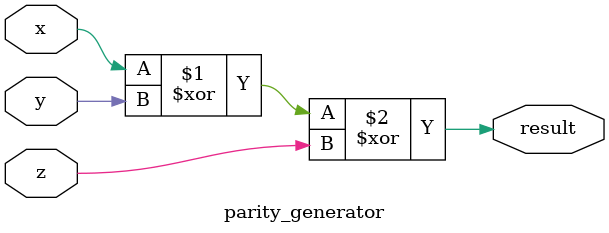
<source format=v>
module parity_generator(

input x,y,z,

output result);

xor (result,x,y,z);  
endmodule

</source>
